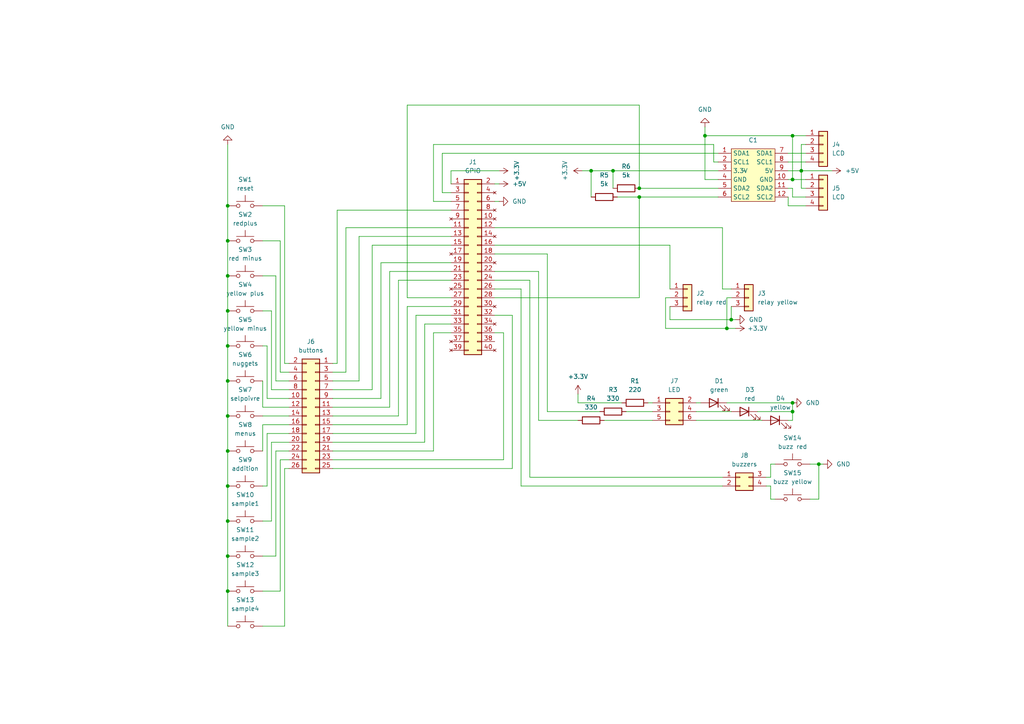
<source format=kicad_sch>
(kicad_sch (version 20230121) (generator eeschema)
  (paper "A4")
  (title_block (title "Burger Quiz") (date "2023-10-13") (rev "2.0"))
  (lib_symbols
    (symbol "Conn_01x04_1" (pin_names (offset 1.016) hide)
      (property "Reference" "J4" (at 2.54 0 0))
      (property "Value" "LCD" (at 2.54 -2.54 0))
      (symbol "Conn_01x04_1_1_1"
        (rectangle (start -1.27 -4.953) (end 0 -5.207) (stroke (width 0.1524)))
        (rectangle (start -1.27 -2.413) (end 0 -2.667) (stroke (width 0.1524)))
        (rectangle (start -1.27 0.127) (end 0 -0.127) (stroke (width 0.1524)))
        (rectangle (start -1.27 2.667) (end 0 2.413) (stroke (width 0.1524)))
        (rectangle (start -1.27 3.81) (end 1.27 -6.35) (stroke (width 0.254)) (fill (type background)))
        (pin power_in line (at -5.08 2.54 0) (length 3.81) (name "GND") (number "1"))
        (pin power_in line (at -5.08 0 0) (length 3.81) (name "VCC") (number "2"))
        (pin passive line (at -5.08 -2.54 0) (length 3.81) (name "SDA") (number "3"))
        (pin passive line (at -5.08 -5.08 0) (length 3.81) (name "SCL") (number "4"))
      )
    )
    (symbol "Connector_Generic:Conn_01x03" (pin_names (offset 1.016) hide)
      (property "Reference" "J" (at 0 5.08 0))
      (property "Value" "Conn_01x03" (at 0 -5.08 0))
      (symbol "Conn_01x03_1_1"
        (rectangle (start -1.27 -2.413) (end 0 -2.667) (stroke (width 0.1524)))
        (rectangle (start -1.27 0.127) (end 0 -0.127) (stroke (width 0.1524)))
        (rectangle (start -1.27 2.667) (end 0 2.413) (stroke (width 0.1524)))
        (rectangle (start -1.27 3.81) (end 1.27 -3.81) (stroke (width 0.254)) (fill (type background)))
        (pin passive line (at -5.08 2.54 0) (length 3.81) (name "Pin_1") (number "1"))
        (pin passive line (at -5.08 0 0) (length 3.81) (name "Pin_2") (number "2"))
        (pin passive line (at -5.08 -2.54 0) (length 3.81) (name "Pin_3") (number "3"))
      )
    )
    (symbol "Connector_Generic:Conn_02x02_Top_Bottom" (pin_names (offset 1.016) hide)
      (property "Reference" "J" (at 1.27 2.54 0))
      (property "Value" "Conn_02x02_Top_Bottom" (at 1.27 -5.08 0))
      (symbol "Conn_02x02_Top_Bottom_1_1"
        (rectangle (start -1.27 -2.413) (end 0 -2.667) (stroke (width 0.1524)))
        (rectangle (start -1.27 0.127) (end 0 -0.127) (stroke (width 0.1524)))
        (rectangle (start -1.27 1.27) (end 3.81 -3.81) (stroke (width 0.254)) (fill (type background)))
        (rectangle (start 3.81 -2.413) (end 2.54 -2.667) (stroke (width 0.1524)))
        (rectangle (start 3.81 0.127) (end 2.54 -0.127) (stroke (width 0.1524)))
        (pin passive line (at -5.08 0 0) (length 3.81) (name "Pin_1") (number "1"))
        (pin passive line (at -5.08 -2.54 0) (length 3.81) (name "Pin_2") (number "2"))
        (pin passive line (at 7.62 0 180) (length 3.81) (name "Pin_3") (number "3"))
        (pin passive line (at 7.62 -2.54 180) (length 3.81) (name "Pin_4") (number "4"))
      )
    )
    (symbol "Connector_Generic:Conn_02x03_Odd_Even" (pin_names (offset 1.016) hide)
      (property "Reference" "J" (at 1.27 5.08 0))
      (property "Value" "Conn_02x03_Odd_Even" (at 1.27 -5.08 0))
      (symbol "Conn_02x03_Odd_Even_1_1"
        (rectangle (start -1.27 -2.413) (end 0 -2.667) (stroke (width 0.1524)))
        (rectangle (start -1.27 0.127) (end 0 -0.127) (stroke (width 0.1524)))
        (rectangle (start -1.27 2.667) (end 0 2.413) (stroke (width 0.1524)))
        (rectangle (start -1.27 3.81) (end 3.81 -3.81) (stroke (width 0.254)) (fill (type background)))
        (rectangle (start 3.81 -2.413) (end 2.54 -2.667) (stroke (width 0.1524)))
        (rectangle (start 3.81 0.127) (end 2.54 -0.127) (stroke (width 0.1524)))
        (rectangle (start 3.81 2.667) (end 2.54 2.413) (stroke (width 0.1524)))
        (pin passive line (at -5.08 2.54 0) (length 3.81) (name "Pin_1") (number "1"))
        (pin passive line (at 7.62 2.54 180) (length 3.81) (name "Pin_2") (number "2"))
        (pin passive line (at -5.08 0 0) (length 3.81) (name "Pin_3") (number "3"))
        (pin passive line (at 7.62 0 180) (length 3.81) (name "Pin_4") (number "4"))
        (pin passive line (at -5.08 -2.54 0) (length 3.81) (name "Pin_5") (number "5"))
        (pin passive line (at 7.62 -2.54 180) (length 3.81) (name "Pin_6") (number "6"))
      )
    )
    (symbol "Connector_Generic:Conn_02x13_Odd_Even" (pin_names (offset 1.016) hide)
      (property "Reference" "J6" (at 1.27 21.59 0))
      (property "Value" "buttons" (at 1.27 19.05 0))
      (symbol "Conn_02x13_Odd_Even_1_1"
        (rectangle (start -1.27 -15.113) (end 0 -15.367) (stroke (width 0.1524)))
        (rectangle (start -1.27 -12.573) (end 0 -12.827) (stroke (width 0.1524)))
        (rectangle (start -1.27 -10.033) (end 0 -10.287) (stroke (width 0.1524)))
        (rectangle (start -1.27 -7.493) (end 0 -7.747) (stroke (width 0.1524)))
        (rectangle (start -1.27 -4.953) (end 0 -5.207) (stroke (width 0.1524)))
        (rectangle (start -1.27 -2.413) (end 0 -2.667) (stroke (width 0.1524)))
        (rectangle (start -1.27 0.127) (end 0 -0.127) (stroke (width 0.1524)))
        (rectangle (start -1.27 2.667) (end 0 2.413) (stroke (width 0.1524)))
        (rectangle (start -1.27 5.207) (end 0 4.953) (stroke (width 0.1524)))
        (rectangle (start -1.27 7.747) (end 0 7.493) (stroke (width 0.1524)))
        (rectangle (start -1.27 10.287) (end 0 10.033) (stroke (width 0.1524)))
        (rectangle (start -1.27 12.827) (end 0 12.573) (stroke (width 0.1524)))
        (rectangle (start -1.27 15.367) (end 0 15.113) (stroke (width 0.1524)))
        (rectangle (start -1.27 16.51) (end 3.81 -16.51) (stroke (width 0.254)) (fill (type background)))
        (rectangle (start 3.81 -15.113) (end 2.54 -15.367) (stroke (width 0.1524)))
        (rectangle (start 3.81 -12.573) (end 2.54 -12.827) (stroke (width 0.1524)))
        (rectangle (start 3.81 -10.033) (end 2.54 -10.287) (stroke (width 0.1524)))
        (rectangle (start 3.81 -7.493) (end 2.54 -7.747) (stroke (width 0.1524)))
        (rectangle (start 3.81 -4.953) (end 2.54 -5.207) (stroke (width 0.1524)))
        (rectangle (start 3.81 -2.413) (end 2.54 -2.667) (stroke (width 0.1524)))
        (rectangle (start 3.81 0.127) (end 2.54 -0.127) (stroke (width 0.1524)))
        (rectangle (start 3.81 2.667) (end 2.54 2.413) (stroke (width 0.1524)))
        (rectangle (start 3.81 5.207) (end 2.54 4.953) (stroke (width 0.1524)))
        (rectangle (start 3.81 7.747) (end 2.54 7.493) (stroke (width 0.1524)))
        (rectangle (start 3.81 10.287) (end 2.54 10.033) (stroke (width 0.1524)))
        (rectangle (start 3.81 12.827) (end 2.54 12.573) (stroke (width 0.1524)))
        (rectangle (start 3.81 15.367) (end 2.54 15.113) (stroke (width 0.1524)))
        (pin passive line (at -5.08 15.24 0) (length 3.81) (name "reset") (number "1"))
        (pin passive line (at 7.62 5.08 180) (length 3.81) (name "yellow-") (number "10"))
        (pin passive line (at -5.08 2.54 0) (length 3.81) (name "nuggets") (number "11"))
        (pin passive line (at 7.62 2.54 180) (length 3.81) (name "nuggets") (number "12"))
        (pin passive line (at -5.08 0 0) (length 3.81) (name "selpoivre") (number "13"))
        (pin passive line (at 7.62 0 180) (length 3.81) (name "selpoivre") (number "14"))
        (pin passive line (at -5.08 -2.54 0) (length 3.81) (name "menus") (number "15"))
        (pin passive line (at 7.62 -2.54 180) (length 3.81) (name "menus") (number "16"))
        (pin passive line (at -5.08 -5.08 0) (length 3.81) (name "addition") (number "17"))
        (pin passive line (at 7.62 -5.08 180) (length 3.81) (name "addition") (number "18"))
        (pin passive line (at -5.08 -7.62 0) (length 3.81) (name "sample1") (number "19"))
        (pin passive line (at 7.62 15.24 180) (length 3.81) (name "reset") (number "2"))
        (pin passive line (at 7.62 -7.62 180) (length 3.81) (name "sample1") (number "20"))
        (pin passive line (at -5.08 -10.16 0) (length 3.81) (name "sample2") (number "21"))
        (pin passive line (at 7.62 -10.16 180) (length 3.81) (name "sample2") (number "22"))
        (pin passive line (at -5.08 -12.7 0) (length 3.81) (name "sample3") (number "23"))
        (pin passive line (at 7.62 -12.7 180) (length 3.81) (name "sample3") (number "24"))
        (pin passive line (at -5.08 -15.24 0) (length 3.81) (name "sample4") (number "25"))
        (pin passive line (at 7.62 -15.24 180) (length 3.81) (name "sample4") (number "26"))
        (pin passive line (at -5.08 12.7 0) (length 3.81) (name "red+") (number "3"))
        (pin passive line (at 7.62 12.7 180) (length 3.81) (name "red+") (number "4"))
        (pin passive line (at -5.08 10.16 0) (length 3.81) (name "red-") (number "5"))
        (pin passive line (at 7.62 10.16 180) (length 3.81) (name "red-") (number "6"))
        (pin passive line (at -5.08 7.62 0) (length 3.81) (name "yellow+") (number "7"))
        (pin passive line (at 7.62 7.62 180) (length 3.81) (name "yellow+") (number "8"))
        (pin passive line (at -5.08 5.08 0) (length 3.81) (name "yellow-") (number "9"))
      )
    )
    (symbol "Connector_Generic:Conn_02x20_Odd_Even" (pin_names (offset 1.016) hide)
      (property "Reference" "J1" (at 0 29.21 0))
      (property "Value" "GPIO" (at 0 26.67 0))
      (symbol "Conn_02x20_Odd_Even_1_1"
        (rectangle (start -2.54 -25.273) (end -1.27 -25.527) (stroke (width 0.1524)))
        (rectangle (start -2.54 -22.733) (end -1.27 -22.987) (stroke (width 0.1524)))
        (rectangle (start -2.54 -20.193) (end -1.27 -20.447) (stroke (width 0.1524)))
        (rectangle (start -2.54 -17.653) (end -1.27 -17.907) (stroke (width 0.1524)))
        (rectangle (start -2.54 -15.113) (end -1.27 -15.367) (stroke (width 0.1524)))
        (rectangle (start -2.54 -12.573) (end -1.27 -12.827) (stroke (width 0.1524)))
        (rectangle (start -2.54 -10.033) (end -1.27 -10.287) (stroke (width 0.1524)))
        (rectangle (start -2.54 -7.493) (end -1.27 -7.747) (stroke (width 0.1524)))
        (rectangle (start -2.54 -4.953) (end -1.27 -5.207) (stroke (width 0.1524)))
        (rectangle (start -2.54 -2.413) (end -1.27 -2.667) (stroke (width 0.1524)))
        (rectangle (start -2.54 0.127) (end -1.27 -0.127) (stroke (width 0.1524)))
        (rectangle (start -2.54 2.667) (end -1.27 2.413) (stroke (width 0.1524)))
        (rectangle (start -2.54 5.207) (end -1.27 4.953) (stroke (width 0.1524)))
        (rectangle (start -2.54 7.747) (end -1.27 7.493) (stroke (width 0.1524)))
        (rectangle (start -2.54 10.287) (end -1.27 10.033) (stroke (width 0.1524)))
        (rectangle (start -2.54 12.827) (end -1.27 12.573) (stroke (width 0.1524)))
        (rectangle (start -2.54 15.367) (end -1.27 15.113) (stroke (width 0.1524)))
        (rectangle (start -2.54 17.907) (end -1.27 17.653) (stroke (width 0.1524)))
        (rectangle (start -2.54 20.447) (end -1.27 20.193) (stroke (width 0.1524)))
        (rectangle (start -2.54 22.987) (end -1.27 22.733) (stroke (width 0.1524)))
        (rectangle (start -2.54 24.13) (end 2.54 -26.67) (stroke (width 0.254)) (fill (type background)))
        (rectangle (start 2.54 -25.273) (end 1.27 -25.527) (stroke (width 0.1524)))
        (rectangle (start 2.54 -22.733) (end 1.27 -22.987) (stroke (width 0.1524)))
        (rectangle (start 2.54 -20.193) (end 1.27 -20.447) (stroke (width 0.1524)))
        (rectangle (start 2.54 -17.653) (end 1.27 -17.907) (stroke (width 0.1524)))
        (rectangle (start 2.54 -15.113) (end 1.27 -15.367) (stroke (width 0.1524)))
        (rectangle (start 2.54 -12.573) (end 1.27 -12.827) (stroke (width 0.1524)))
        (rectangle (start 2.54 -10.033) (end 1.27 -10.287) (stroke (width 0.1524)))
        (rectangle (start 2.54 -7.493) (end 1.27 -7.747) (stroke (width 0.1524)))
        (rectangle (start 2.54 -4.953) (end 1.27 -5.207) (stroke (width 0.1524)))
        (rectangle (start 2.54 -2.413) (end 1.27 -2.667) (stroke (width 0.1524)))
        (rectangle (start 2.54 0.127) (end 1.27 -0.127) (stroke (width 0.1524)))
        (rectangle (start 2.54 2.667) (end 1.27 2.413) (stroke (width 0.1524)))
        (rectangle (start 2.54 5.207) (end 1.27 4.953) (stroke (width 0.1524)))
        (rectangle (start 2.54 7.747) (end 1.27 7.493) (stroke (width 0.1524)))
        (rectangle (start 2.54 10.287) (end 1.27 10.033) (stroke (width 0.1524)))
        (rectangle (start 2.54 12.827) (end 1.27 12.573) (stroke (width 0.1524)))
        (rectangle (start 2.54 15.367) (end 1.27 15.113) (stroke (width 0.1524)))
        (rectangle (start 2.54 17.907) (end 1.27 17.653) (stroke (width 0.1524)))
        (rectangle (start 2.54 20.447) (end 1.27 20.193) (stroke (width 0.1524)))
        (rectangle (start 2.54 22.987) (end 1.27 22.733) (stroke (width 0.1524)))
        (pin power_in line (at -6.35 22.86 0) (length 3.81) (name "3v3") (number "1"))
        (pin no_connect line (at 6.35 12.7 180) (length 3.81) (name "RXD1") (number "10"))
        (pin passive line (at -6.35 10.16 0) (length 3.81) (name "wpi0") (number "11"))
        (pin passive line (at 6.35 10.16 180) (length 3.81) (name "wpi1") (number "12"))
        (pin passive line (at -6.35 7.62 0) (length 3.81) (name "wpi2") (number "13"))
        (pin no_connect line (at 6.35 7.62 180) (length 3.81) (name "GND") (number "14"))
        (pin passive line (at -6.35 5.08 0) (length 3.81) (name "wpi3") (number "15"))
        (pin passive line (at 6.35 5.08 180) (length 3.81) (name "wpi4") (number "16"))
        (pin no_connect line (at -6.35 2.54 0) (length 3.81) (name "3v3") (number "17"))
        (pin passive line (at 6.35 2.54 180) (length 3.81) (name "wpi5") (number "18"))
        (pin passive line (at -6.35 0 0) (length 3.81) (name "wpi12") (number "19"))
        (pin power_in line (at 6.35 22.86 180) (length 3.81) (name "5v0") (number "2"))
        (pin no_connect line (at 6.35 0 180) (length 3.81) (name "GND") (number "20"))
        (pin passive line (at -6.35 -2.54 0) (length 3.81) (name "wpi13") (number "21"))
        (pin passive line (at 6.35 -2.54 180) (length 3.81) (name "wpi6") (number "22"))
        (pin passive line (at -6.35 -5.08 0) (length 3.81) (name "wip14") (number "23"))
        (pin passive line (at 6.35 -5.08 180) (length 3.81) (name "wpi10") (number "24"))
        (pin no_connect line (at -6.35 -7.62 0) (length 3.81) (name "GND") (number "25"))
        (pin passive line (at 6.35 -7.62 180) (length 3.81) (name "wpi11") (number "26"))
        (pin passive line (at -6.35 -10.16 0) (length 3.81) (name "SDA2") (number "27"))
        (pin passive line (at 6.35 -10.16 180) (length 3.81) (name "SCL2") (number "28"))
        (pin passive line (at -6.35 -12.7 0) (length 3.81) (name "wip21") (number "29"))
        (pin passive line (at -6.35 20.32 0) (length 3.81) (name "SDA1") (number "3"))
        (pin no_connect line (at 6.35 -12.7 180) (length 3.81) (name "GND") (number "30"))
        (pin passive line (at -6.35 -15.24 0) (length 3.81) (name "wip22") (number "31"))
        (pin passive line (at 6.35 -15.24 180) (length 3.81) (name "wpi26") (number "32"))
        (pin passive line (at -6.35 -17.78 0) (length 3.81) (name "wip23") (number "33"))
        (pin no_connect line (at 6.35 -17.78 180) (length 3.81) (name "GND") (number "34"))
        (pin passive line (at -6.35 -20.32 0) (length 3.81) (name "wip24") (number "35"))
        (pin passive line (at 6.35 -20.32 180) (length 3.81) (name "wpi27") (number "36"))
        (pin no_connect line (at -6.35 -22.86 0) (length 3.81) (name "AIN1") (number "37"))
        (pin power_out line (at 6.35 -22.86 180) (length 3.81) (name "1.8V") (number "38"))
        (pin no_connect line (at -6.35 -25.4 0) (length 3.81) (name "GND") (number "39"))
        (pin no_connect line (at 6.35 20.32 180) (length 3.81) (name "5v0") (number "4"))
        (pin no_connect line (at 6.35 -25.4 180) (length 3.81) (name "AIN0") (number "40"))
        (pin passive line (at -6.35 17.78 0) (length 3.81) (name "SCL1") (number "5"))
        (pin power_in line (at 6.35 17.78 180) (length 3.81) (name "GND") (number "6"))
        (pin passive line (at -6.35 15.24 0) (length 3.81) (name "wpi7") (number "7"))
        (pin no_connect line (at 6.35 15.24 180) (length 3.81) (name "TXD1") (number "8"))
        (pin no_connect line (at -6.35 12.7 0) (length 3.81) (name "GND") (number "9"))
      )
    )
    (symbol "Device:LED" (pin_numbers hide) (pin_names (offset 1.016) hide)
      (property "Reference" "D" (at 0 2.54 0))
      (property "Value" "LED" (at 0 -2.54 0))
      (symbol "LED_0_1"
        (polyline (pts (xy -1.27 -1.27) (xy -1.27 1.27)) (stroke (width 0.254)))
        (polyline (pts (xy -1.27 0) (xy 1.27 0)))
        (polyline (pts (xy 1.27 -1.27) (xy 1.27 1.27) (xy -1.27 0) (xy 1.27 -1.27)) (stroke (width 0.254)))
        (polyline (pts (xy -3.048 -0.762) (xy -4.572 -2.286) (xy -3.81 -2.286) (xy -4.572 -2.286) (xy -4.572 -1.524)))
        (polyline (pts (xy -1.778 -0.762) (xy -3.302 -2.286) (xy -2.54 -2.286) (xy -3.302 -2.286) (xy -3.302 -1.524)))
      )
      (symbol "LED_1_1"
        (pin passive line (at -3.81 0 0) (length 2.54) (name "K") (number "1"))
        (pin passive line (at 3.81 0 180) (length 2.54) (name "A") (number "2"))
      )
    )
    (symbol "Device:R" (pin_numbers hide) (pin_names (offset 0))
      (property "Reference" "R" (at 2.032 0 90))
      (property "Value" "R" (at 0 0 90))
      (symbol "R_0_1"
        (rectangle (start -1.016 -2.54) (end 1.016 2.54) (stroke (width 0.254)))
      )
      (symbol "R_1_1"
        (pin passive line (at 0 3.81 270) (length 1.27) (name "~") (number "1"))
        (pin passive line (at 0 -3.81 90) (length 1.27) (name "~") (number "2"))
      )
    )
    (symbol "Switch:SW_Push" (pin_numbers hide) (pin_names (offset 1.016) hide)
      (property "Reference" "SW" (at 1.27 2.54 0))
      (property "Value" "SW_Push" (at 0 -1.524 0))
      (symbol "SW_Push_0_1"
        (circle (center -2.032 0) (radius 0.508))
        (polyline (pts (xy 0 1.27) (xy 0 3.048)))
        (polyline (pts (xy 2.54 1.27) (xy -2.54 1.27)))
        (circle (center 2.032 0) (radius 0.508))
        (pin passive line (at -5.08 0 0) (length 2.54) (name "1") (number "1"))
        (pin passive line (at 5.08 0 180) (length 2.54) (name "2") (number "2"))
      )
    )
    (symbol "perso:Converter_3.3v_5v_i2c"
      (property "Reference" "C" (at 0 0 0))
      (symbol "Converter_3.3v_5v_i2c_1_1"
        (rectangle (start -6.35 7.62) (end 6.35 -7.62) (fill (type background)))
        (pin bidirectional line (at -10.16 6.35 0) (length 3.81) (name "SDA1") (number "1"))
        (pin power_in line (at 10.16 -1.27 180) (length 3.81) (name "GND") (number "10"))
        (pin bidirectional line (at 10.16 -3.81 180) (length 3.81) (name "SDA2") (number "11"))
        (pin bidirectional line (at 10.16 -6.35 180) (length 3.81) (name "SCL2") (number "12"))
        (pin bidirectional line (at -10.16 3.81 0) (length 3.81) (name "SCL1") (number "2"))
        (pin power_in line (at -10.16 1.27 0) (length 3.81) (name "3.3V") (number "3"))
        (pin power_in line (at -10.16 -1.27 0) (length 3.81) (name "GND") (number "4"))
        (pin bidirectional line (at -10.16 -3.81 0) (length 3.81) (name "SDA2") (number "5"))
        (pin bidirectional line (at -10.16 -6.35 0) (length 3.81) (name "SCL2") (number "6"))
        (pin bidirectional line (at 10.16 6.35 180) (length 3.81) (name "SDA1") (number "7"))
        (pin bidirectional line (at 10.16 3.81 180) (length 3.81) (name "SCL1") (number "8"))
        (pin power_in line (at 10.16 1.27 180) (length 3.81) (name "5V") (number "9"))
      )
    )
    (symbol "power:+3.3V" (power) (pin_names (offset 0))
      (property "Value" "+3.3V" (at 0 3.556 0))
      (symbol "+3.3V_0_1"
        (polyline (pts (xy -0.762 1.27) (xy 0 2.54)))
        (polyline (pts (xy 0 0) (xy 0 2.54)))
        (polyline (pts (xy 0 2.54) (xy 0.762 1.27)))
      )
      (symbol "+3.3V_1_1"
        (pin power_in line (at 0 0 90) (length 0) hide (name "+3.3V") (number "1"))
      )
    )
    (symbol "power:+5V" (power) (pin_names (offset 0))
      (property "Value" "+5V" (at 0 3.556 0))
      (symbol "+5V_0_1"
        (polyline (pts (xy -0.762 1.27) (xy 0 2.54)))
        (polyline (pts (xy 0 0) (xy 0 2.54)))
        (polyline (pts (xy 0 2.54) (xy 0.762 1.27)))
      )
      (symbol "+5V_1_1"
        (pin power_in line (at 0 0 90) (length 0) hide (name "+5V") (number "1"))
      )
    )
    (symbol "power:GND" (power) (pin_names (offset 0))
      (property "Value" "GND" (at 0 -3.81 0))
      (symbol "GND_0_1"
        (polyline (pts (xy 0 0) (xy 0 -1.27) (xy 1.27 -1.27) (xy 0 -2.54) (xy -1.27 -1.27) (xy 0 -1.27)))
      )
      (symbol "GND_1_1"
        (pin power_in line (at 0 0 270) (length 0) hide (name "GND") (number "1"))
      )
    )
  )
  (junction (at 66.04 120.65))
  (junction (at 66.04 59.69))
  (junction (at 171.45 49.53))
  (junction (at 66.04 171.45))
  (junction (at 66.04 151.13))
  (junction (at 66.04 161.29))
  (junction (at 66.04 100.33))
  (junction (at 66.04 80.01))
  (junction (at 66.04 130.81))
  (junction (at 185.42 57.15))
  (junction (at 66.04 69.85))
  (junction (at 237.49 134.62))
  (junction (at 229.87 116.84))
  (junction (at 66.04 110.49))
  (junction (at 229.87 52.07))
  (junction (at 66.04 140.97))
  (junction (at 204.47 39.37))
  (junction (at 229.87 39.37))
  (junction (at 185.42 54.61))
  (junction (at 177.8 49.53))
  (junction (at 229.87 119.38))
  (junction (at 232.41 49.53))
  (junction (at 212.09 92.71))
  (junction (at 66.04 90.17))
  (junction (at 210.82 95.25))
  (wire (pts (xy 66.04 171.45) (xy 66.04 181.61)))
  (wire (pts (xy 194.31 88.9) (xy 194.31 92.71)))
  (wire (pts (xy 232.41 41.91) (xy 233.68 41.91)))
  (wire (pts (xy 82.55 105.41) (xy 83.82 105.41)))
  (wire (pts (xy 83.82 113.03) (xy 78.74 113.03)))
  (wire (pts (xy 229.87 116.84) (xy 229.87 119.38)))
  (wire (pts (xy 212.09 83.82) (xy 209.55 83.82)))
  (wire (pts (xy 156.21 78.74) (xy 156.21 121.92)))
  (wire (pts (xy 78.74 128.27) (xy 78.74 151.13)))
  (wire (pts (xy 82.55 59.69) (xy 76.2 59.69)))
  (wire (pts (xy 82.55 135.89) (xy 82.55 181.61)))
  (wire (pts (xy 223.52 144.78) (xy 224.79 144.78)))
  (wire (pts (xy 115.57 120.65) (xy 96.52 120.65)))
  (wire (pts (xy 210.82 95.25) (xy 213.36 95.25)))
  (wire (pts (xy 83.82 123.19) (xy 76.2 123.19)))
  (wire (pts (xy 123.19 93.98) (xy 130.81 93.98)))
  (wire (pts (xy 66.04 59.69) (xy 66.04 69.85)))
  (wire (pts (xy 83.82 115.57) (xy 77.47 115.57)))
  (wire (pts (xy 171.45 49.53) (xy 177.8 49.53)))
  (wire (pts (xy 228.6 49.53) (xy 232.41 49.53)))
  (wire (pts (xy 77.47 125.73) (xy 77.47 140.97)))
  (wire (pts (xy 78.74 151.13) (xy 76.2 151.13)))
  (wire (pts (xy 83.82 125.73) (xy 77.47 125.73)))
  (wire (pts (xy 168.91 49.53) (xy 171.45 49.53)))
  (wire (pts (xy 185.42 57.15) (xy 185.42 86.36)))
  (wire (pts (xy 229.87 39.37) (xy 229.87 52.07)))
  (wire (pts (xy 76.2 123.19) (xy 76.2 130.81)))
  (wire (pts (xy 181.61 119.38) (xy 189.23 119.38)))
  (wire (pts (xy 107.95 113.03) (xy 96.52 113.03)))
  (wire (pts (xy 66.04 90.17) (xy 66.04 100.33)))
  (wire (pts (xy 128.27 44.45) (xy 128.27 55.88)))
  (wire (pts (xy 96.52 118.11) (xy 113.03 118.11)))
  (wire (pts (xy 229.87 57.15) (xy 233.68 57.15)))
  (wire (pts (xy 146.05 133.35) (xy 146.05 96.52)))
  (wire (pts (xy 125.73 96.52) (xy 130.81 96.52)))
  (wire (pts (xy 193.04 95.25) (xy 210.82 95.25)))
  (wire (pts (xy 97.79 105.41) (xy 96.52 105.41)))
  (wire (pts (xy 228.6 44.45) (xy 233.68 44.45)))
  (wire (pts (xy 228.6 52.07) (xy 229.87 52.07)))
  (wire (pts (xy 194.31 71.12) (xy 194.31 83.82)))
  (wire (pts (xy 125.73 130.81) (xy 125.73 96.52)))
  (wire (pts (xy 100.33 66.04) (xy 100.33 107.95)))
  (wire (pts (xy 201.93 119.38) (xy 212.09 119.38)))
  (wire (pts (xy 66.04 110.49) (xy 66.04 120.65)))
  (wire (pts (xy 110.49 115.57) (xy 96.52 115.57)))
  (wire (pts (xy 204.47 52.07) (xy 208.28 52.07)))
  (wire (pts (xy 207.01 41.91) (xy 207.01 46.99)))
  (wire (pts (xy 113.03 78.74) (xy 130.81 78.74)))
  (wire (pts (xy 158.75 73.66) (xy 158.75 119.38)))
  (wire (pts (xy 223.52 138.43) (xy 223.52 134.62)))
  (wire (pts (xy 187.96 116.84) (xy 189.23 116.84)))
  (wire (pts (xy 207.01 46.99) (xy 208.28 46.99)))
  (wire (pts (xy 130.81 71.12) (xy 107.95 71.12)))
  (wire (pts (xy 80.01 161.29) (xy 76.2 161.29)))
  (wire (pts (xy 143.51 81.28) (xy 153.67 81.28)))
  (wire (pts (xy 222.25 140.97) (xy 223.52 140.97)))
  (wire (pts (xy 228.6 54.61) (xy 229.87 54.61)))
  (wire (pts (xy 125.73 41.91) (xy 125.73 58.42)))
  (wire (pts (xy 97.79 60.96) (xy 97.79 105.41)))
  (wire (pts (xy 96.52 110.49) (xy 104.14 110.49)))
  (wire (pts (xy 66.04 80.01) (xy 66.04 90.17)))
  (wire (pts (xy 120.65 91.44) (xy 120.65 125.73)))
  (wire (pts (xy 66.04 161.29) (xy 66.04 171.45)))
  (wire (pts (xy 83.82 118.11) (xy 76.2 118.11)))
  (wire (pts (xy 151.13 83.82) (xy 151.13 140.97)))
  (wire (pts (xy 66.04 120.65) (xy 66.04 130.81)))
  (wire (pts (xy 81.28 133.35) (xy 81.28 171.45)))
  (wire (pts (xy 130.81 60.96) (xy 97.79 60.96)))
  (wire (pts (xy 143.51 91.44) (xy 148.59 91.44)))
  (wire (pts (xy 167.64 116.84) (xy 167.64 114.3)))
  (wire (pts (xy 228.6 121.92) (xy 229.87 121.92)))
  (wire (pts (xy 148.59 91.44) (xy 148.59 135.89)))
  (wire (pts (xy 153.67 81.28) (xy 153.67 138.43)))
  (wire (pts (xy 125.73 41.91) (xy 207.01 41.91)))
  (wire (pts (xy 66.04 140.97) (xy 66.04 151.13)))
  (wire (pts (xy 113.03 78.74) (xy 113.03 118.11)))
  (wire (pts (xy 128.27 44.45) (xy 208.28 44.45)))
  (wire (pts (xy 82.55 181.61) (xy 76.2 181.61)))
  (wire (pts (xy 143.51 78.74) (xy 156.21 78.74)))
  (wire (pts (xy 219.71 119.38) (xy 229.87 119.38)))
  (wire (pts (xy 175.26 121.92) (xy 189.23 121.92)))
  (wire (pts (xy 143.51 73.66) (xy 158.75 73.66)))
  (wire (pts (xy 143.51 66.04) (xy 209.55 66.04)))
  (wire (pts (xy 228.6 46.99) (xy 233.68 46.99)))
  (wire (pts (xy 223.52 134.62) (xy 224.79 134.62)))
  (wire (pts (xy 123.19 128.27) (xy 123.19 93.98)))
  (wire (pts (xy 234.95 134.62) (xy 237.49 134.62)))
  (wire (pts (xy 110.49 76.2) (xy 110.49 115.57)))
  (wire (pts (xy 96.52 130.81) (xy 125.73 130.81)))
  (wire (pts (xy 237.49 144.78) (xy 237.49 134.62)))
  (wire (pts (xy 80.01 110.49) (xy 80.01 80.01)))
  (wire (pts (xy 167.64 116.84) (xy 180.34 116.84)))
  (wire (pts (xy 107.95 71.12) (xy 107.95 113.03)))
  (wire (pts (xy 77.47 115.57) (xy 77.47 100.33)))
  (wire (pts (xy 144.78 53.34) (xy 143.51 53.34)))
  (wire (pts (xy 120.65 125.73) (xy 96.52 125.73)))
  (wire (pts (xy 171.45 49.53) (xy 171.45 57.15)))
  (wire (pts (xy 148.59 135.89) (xy 96.52 135.89)))
  (wire (pts (xy 201.93 121.92) (xy 220.98 121.92)))
  (wire (pts (xy 82.55 105.41) (xy 82.55 59.69)))
  (wire (pts (xy 144.78 49.53) (xy 130.81 49.53)))
  (wire (pts (xy 143.51 86.36) (xy 185.42 86.36)))
  (wire (pts (xy 80.01 80.01) (xy 76.2 80.01)))
  (wire (pts (xy 118.11 88.9) (xy 118.11 123.19)))
  (wire (pts (xy 83.82 110.49) (xy 80.01 110.49)))
  (wire (pts (xy 83.82 128.27) (xy 78.74 128.27)))
  (wire (pts (xy 83.82 130.81) (xy 80.01 130.81)))
  (wire (pts (xy 193.04 86.36) (xy 194.31 86.36)))
  (wire (pts (xy 76.2 118.11) (xy 76.2 110.49)))
  (wire (pts (xy 78.74 90.17) (xy 76.2 90.17)))
  (wire (pts (xy 223.52 140.97) (xy 223.52 144.78)))
  (wire (pts (xy 118.11 123.19) (xy 96.52 123.19)))
  (wire (pts (xy 83.82 133.35) (xy 81.28 133.35)))
  (wire (pts (xy 144.78 58.42) (xy 143.51 58.42)))
  (wire (pts (xy 96.52 128.27) (xy 123.19 128.27)))
  (wire (pts (xy 83.82 107.95) (xy 81.28 107.95)))
  (wire (pts (xy 210.82 116.84) (xy 229.87 116.84)))
  (wire (pts (xy 130.81 58.42) (xy 125.73 58.42)))
  (wire (pts (xy 158.75 119.38) (xy 173.99 119.38)))
  (wire (pts (xy 177.8 54.61) (xy 177.8 49.53)))
  (wire (pts (xy 156.21 121.92) (xy 167.64 121.92)))
  (wire (pts (xy 143.51 71.12) (xy 194.31 71.12)))
  (wire (pts (xy 204.47 39.37) (xy 204.47 52.07)))
  (wire (pts (xy 210.82 86.36) (xy 210.82 95.25)))
  (wire (pts (xy 177.8 49.53) (xy 208.28 49.53)))
  (wire (pts (xy 204.47 36.83) (xy 204.47 39.37)))
  (wire (pts (xy 229.87 52.07) (xy 233.68 52.07)))
  (wire (pts (xy 212.09 92.71) (xy 213.36 92.71)))
  (wire (pts (xy 77.47 100.33) (xy 76.2 100.33)))
  (wire (pts (xy 128.27 55.88) (xy 130.81 55.88)))
  (wire (pts (xy 232.41 49.53) (xy 232.41 41.91)))
  (wire (pts (xy 229.87 54.61) (xy 229.87 57.15)))
  (wire (pts (xy 185.42 54.61) (xy 185.42 30.48)))
  (wire (pts (xy 232.41 54.61) (xy 233.68 54.61)))
  (wire (pts (xy 77.47 140.97) (xy 76.2 140.97)))
  (wire (pts (xy 120.65 91.44) (xy 130.81 91.44)))
  (wire (pts (xy 222.25 138.43) (xy 223.52 138.43)))
  (wire (pts (xy 179.07 57.15) (xy 185.42 57.15)))
  (wire (pts (xy 130.81 66.04) (xy 100.33 66.04)))
  (wire (pts (xy 229.87 119.38) (xy 229.87 121.92)))
  (wire (pts (xy 204.47 39.37) (xy 229.87 39.37)))
  (wire (pts (xy 118.11 86.36) (xy 130.81 86.36)))
  (wire (pts (xy 115.57 81.28) (xy 115.57 120.65)))
  (wire (pts (xy 185.42 57.15) (xy 208.28 57.15)))
  (wire (pts (xy 66.04 130.81) (xy 66.04 140.97)))
  (wire (pts (xy 151.13 140.97) (xy 209.55 140.97)))
  (wire (pts (xy 209.55 66.04) (xy 209.55 83.82)))
  (wire (pts (xy 143.51 83.82) (xy 151.13 83.82)))
  (wire (pts (xy 118.11 88.9) (xy 130.81 88.9)))
  (wire (pts (xy 104.14 68.58) (xy 104.14 110.49)))
  (wire (pts (xy 232.41 49.53) (xy 241.3 49.53)))
  (wire (pts (xy 82.55 135.89) (xy 83.82 135.89)))
  (wire (pts (xy 153.67 138.43) (xy 209.55 138.43)))
  (wire (pts (xy 130.81 49.53) (xy 130.81 53.34)))
  (wire (pts (xy 237.49 134.62) (xy 238.76 134.62)))
  (wire (pts (xy 83.82 120.65) (xy 76.2 120.65)))
  (wire (pts (xy 115.57 81.28) (xy 130.81 81.28)))
  (wire (pts (xy 203.2 116.84) (xy 201.93 116.84)))
  (wire (pts (xy 193.04 95.25) (xy 193.04 86.36)))
  (wire (pts (xy 229.87 39.37) (xy 233.68 39.37)))
  (wire (pts (xy 130.81 76.2) (xy 110.49 76.2)))
  (wire (pts (xy 228.6 59.69) (xy 233.68 59.69)))
  (wire (pts (xy 66.04 100.33) (xy 66.04 110.49)))
  (wire (pts (xy 194.31 92.71) (xy 212.09 92.71)))
  (wire (pts (xy 66.04 41.91) (xy 66.04 59.69)))
  (wire (pts (xy 66.04 151.13) (xy 66.04 161.29)))
  (wire (pts (xy 66.04 69.85) (xy 66.04 80.01)))
  (wire (pts (xy 130.81 68.58) (xy 104.14 68.58)))
  (wire (pts (xy 81.28 107.95) (xy 81.28 69.85)))
  (wire (pts (xy 234.95 144.78) (xy 237.49 144.78)))
  (wire (pts (xy 232.41 49.53) (xy 232.41 54.61)))
  (wire (pts (xy 80.01 130.81) (xy 80.01 161.29)))
  (wire (pts (xy 100.33 107.95) (xy 96.52 107.95)))
  (wire (pts (xy 78.74 113.03) (xy 78.74 90.17)))
  (wire (pts (xy 81.28 69.85) (xy 76.2 69.85)))
  (wire (pts (xy 210.82 86.36) (xy 212.09 86.36)))
  (wire (pts (xy 146.05 96.52) (xy 143.51 96.52)))
  (wire (pts (xy 118.11 30.48) (xy 118.11 86.36)))
  (wire (pts (xy 212.09 88.9) (xy 212.09 92.71)))
  (wire (pts (xy 81.28 171.45) (xy 76.2 171.45)))
  (wire (pts (xy 96.52 133.35) (xy 146.05 133.35)))
  (wire (pts (xy 185.42 54.61) (xy 208.28 54.61)))
  (wire (pts (xy 228.6 57.15) (xy 228.6 59.69)))
  (wire (pts (xy 118.11 30.48) (xy 185.42 30.48)))
  (symbol (lib_id "Device:LED") (at 207.01 116.84 0) (mirror y) (unit 1)
    (property "Reference" "D1" (at 208.5975 110.49 0))
    (property "Value" "green" (at 208.5975 113.03 0))
    (property "Footprint" "LED_THT:LED_D3.0mm_Horizontal_O6.35mm_Z10.0mm" (effects hide))
  )
  (symbol (lib_name "Conn_01x04_1") (lib_id "Connector_Generic:Conn_01x04") (at 238.76 41.91 0) (unit 1)
    (property "Reference" "J4" (at 241.3 41.91 0) (effects (justify left)))
    (property "Value" "LCD" (at 241.3 44.45 0) (effects (justify left)))
    (property "Footprint" "Connector_PinHeader_2.54mm:PinHeader_1x04_P2.54mm_Vertical" (effects hide))
  )
  (symbol (lib_id "Switch:SW_Push") (at 71.12 181.61 0) (mirror y) (unit 1)
    (property "Reference" "SW13" (at 71.12 173.99 0))
    (property "Value" "sample4" (at 71.12 176.53 0))
    (property "Footprint" "Connector_PinHeader_2.54mm:PinHeader_1x04_P2.54mm_Vertical" (effects hide))
  )
  (symbol (lib_id "Switch:SW_Push") (at 71.12 100.33 0) (mirror y) (unit 1)
    (property "Reference" "SW5" (at 71.12 92.71 0))
    (property "Value" "yellow minus" (at 71.12 95.25 0))
    (property "Footprint" "Connector_PinHeader_2.54mm:PinHeader_1x04_P2.54mm_Vertical" (effects hide))
  )
  (symbol (lib_id "power:+3.3V") (at 213.36 95.25 270) (unit 1)
    (property "Reference" "#PWR06" (effects hide))
    (property "Value" "+3.3V" (at 219.71 95.25 90))
  )
  (symbol (lib_id "power:GND") (at 204.47 36.83 180) (unit 1)
    (property "Reference" "#PWR08" (effects hide))
    (property "Value" "GND" (at 204.47 31.75 0))
  )
  (symbol (lib_id "Device:R") (at 177.8 119.38 270) (unit 1)
    (property "Reference" "R3" (at 177.8 113.03 90))
    (property "Value" "330" (at 177.8 115.57 90))
    (property "Footprint" "Resistor_THT:R_Axial_DIN0204_L3.6mm_D1.6mm_P2.54mm_Vertical" (effects hide))
  )
  (symbol (lib_id "Switch:SW_Push") (at 71.12 110.49 0) (mirror y) (unit 1)
    (property "Reference" "SW6" (at 71.12 102.87 0))
    (property "Value" "nuggets" (at 71.12 105.41 0))
    (property "Footprint" "Connector_PinHeader_2.54mm:PinHeader_1x04_P2.54mm_Vertical" (effects hide))
  )
  (symbol (lib_id "Switch:SW_Push") (at 71.12 69.85 0) (mirror y) (unit 1)
    (property "Reference" "SW2" (at 71.12 62.23 0))
    (property "Value" "redplus" (at 71.12 64.77 0))
    (property "Footprint" "Connector_PinHeader_2.54mm:PinHeader_1x04_P2.54mm_Vertical" (effects hide))
  )
  (symbol (lib_id "power:GND") (at 213.36 92.71 90) (unit 1)
    (property "Reference" "#PWR05" (effects hide))
    (property "Value" "GND" (at 217.17 92.71 90) (effects (justify right)))
  )
  (symbol (lib_id "Switch:SW_Push") (at 71.12 120.65 0) (mirror y) (unit 1)
    (property "Reference" "SW7" (at 71.12 113.03 0))
    (property "Value" "selpoivre" (at 71.12 115.57 0))
    (property "Footprint" "Connector_PinHeader_2.54mm:PinHeader_1x04_P2.54mm_Vertical" (effects hide))
  )
  (symbol (lib_id "Switch:SW_Push") (at 71.12 80.01 0) (mirror y) (unit 1)
    (property "Reference" "SW3" (at 71.12 72.39 0))
    (property "Value" "red minus" (at 71.12 74.93 0))
    (property "Footprint" "Connector_PinHeader_2.54mm:PinHeader_1x04_P2.54mm_Vertical" (effects hide))
  )
  (symbol (lib_id "power:+5V") (at 241.3 49.53 270) (unit 1)
    (property "Reference" "#PWR09" (effects hide))
    (property "Value" "+5V" (at 245.11 49.53 90) (effects (justify left)))
  )
  (symbol (lib_id "Switch:SW_Push") (at 71.12 130.81 0) (mirror y) (unit 1)
    (property "Reference" "SW8" (at 71.12 123.19 0))
    (property "Value" "menus" (at 71.12 125.73 0))
    (property "Footprint" "Connector_PinHeader_2.54mm:PinHeader_1x04_P2.54mm_Vertical" (effects hide))
  )
  (symbol (lib_id "power:GND") (at 144.78 58.42 90) (unit 1)
    (property "Reference" "#PWR02" (effects hide))
    (property "Value" "GND" (at 148.59 58.42 90) (effects (justify right)))
  )
  (symbol (lib_id "perso:Converter_3.3v_5v_i2c") (at 218.44 50.8 0) (unit 1)
    (property "Reference" "C1" (at 218.44 40.64 0))
    (property "Value" "~" (at 215.9 49.53 0))
    (property "Footprint" "perso:Converter_3.3v_5v_i2c" (effects hide))
  )
  (symbol (lib_id "Device:R") (at 184.15 116.84 270) (unit 1)
    (property "Reference" "R1" (at 184.15 110.49 90))
    (property "Value" "220" (at 184.15 113.03 90))
    (property "Footprint" "Resistor_THT:R_Axial_DIN0204_L3.6mm_D1.6mm_P2.54mm_Vertical" (effects hide))
  )
  (symbol (lib_id "Switch:SW_Push") (at 71.12 90.17 0) (mirror y) (unit 1)
    (property "Reference" "SW4" (at 71.12 82.55 0))
    (property "Value" "yellow plus" (at 71.12 85.09 0))
    (property "Footprint" "Connector_PinHeader_2.54mm:PinHeader_1x04_P2.54mm_Vertical" (effects hide))
  )
  (symbol (lib_id "Switch:SW_Push") (at 71.12 59.69 0) (mirror y) (unit 1)
    (property "Reference" "SW1" (at 71.12 52.07 0))
    (property "Value" "reset" (at 71.12 54.61 0))
    (property "Footprint" "Connector_PinHeader_2.54mm:PinHeader_1x04_P2.54mm_Vertical" (effects hide))
  )
  (symbol (lib_id "Device:R") (at 175.26 57.15 270) (unit 1)
    (property "Reference" "R5" (at 175.26 50.8 90))
    (property "Value" "5k" (at 175.26 53.34 90))
    (property "Footprint" "Resistor_THT:R_Axial_DIN0204_L3.6mm_D1.6mm_P2.54mm_Vertical" (effects hide))
  )
  (symbol (lib_id "power:GND") (at 229.87 116.84 90) (unit 1)
    (property "Reference" "#PWR04" (effects hide))
    (property "Value" "GND" (at 233.68 116.84 90) (effects (justify right)))
  )
  (symbol (lib_id "Switch:SW_Push") (at 229.87 144.78 0) (unit 1)
    (property "Reference" "SW15" (at 229.87 137.16 0))
    (property "Value" "buzz yellow" (at 229.87 139.7 0))
    (property "Footprint" "Connector_PinHeader_2.54mm:PinHeader_1x04_P2.54mm_Vertical" (effects hide))
  )
  (symbol (lib_id "Switch:SW_Push") (at 71.12 171.45 0) (mirror y) (unit 1)
    (property "Reference" "SW12" (at 71.12 163.83 0))
    (property "Value" "sample3" (at 71.12 166.37 0))
    (property "Footprint" "Connector_PinHeader_2.54mm:PinHeader_1x04_P2.54mm_Vertical" (effects hide))
  )
  (symbol (lib_id "power:+3.3V") (at 168.91 49.53 90) (unit 1)
    (property "Reference" "#PWR01" (effects hide))
    (property "Value" "+3.3V" (at 163.83 49.53 0))
  )
  (symbol (lib_id "power:+5V") (at 144.78 53.34 270) (unit 1)
    (property "Reference" "#PWR010" (effects hide))
    (property "Value" "+5V" (at 148.59 53.34 90) (effects (justify left)))
  )
  (symbol (lib_id "Connector_Generic:Conn_01x03") (at 199.39 86.36 0) (unit 1)
    (property "Reference" "J2" (at 201.93 85.09 0) (effects (justify left)))
    (property "Value" "relay red" (at 201.93 87.63 0) (effects (justify left)))
    (property "Footprint" "Connector_PinHeader_2.54mm:PinHeader_1x03_P2.54mm_Vertical" (effects hide))
  )
  (symbol (lib_id "Device:LED") (at 224.79 121.92 0) (mirror y) (unit 1)
    (property "Reference" "D4" (at 226.3775 115.57 0))
    (property "Value" "yellow" (at 226.3775 118.11 0))
    (property "Footprint" "LED_THT:LED_D3.0mm_Horizontal_O6.35mm_Z10.0mm" (effects hide))
  )
  (symbol (lib_id "Switch:SW_Push") (at 71.12 140.97 0) (mirror y) (unit 1)
    (property "Reference" "SW9" (at 71.12 133.35 0))
    (property "Value" "addition" (at 71.12 135.89 0))
    (property "Footprint" "Connector_PinHeader_2.54mm:PinHeader_1x04_P2.54mm_Vertical" (effects hide))
  )
  (symbol (lib_id "Connector_Generic:Conn_02x03_Odd_Even") (at 194.31 119.38 0) (unit 1)
    (property "Reference" "J7" (at 195.58 110.49 0))
    (property "Value" "LED" (at 195.58 113.03 0))
    (property "Footprint" "Connector_PinHeader_2.54mm:PinHeader_2x03_P2.54mm_Vertical" (effects hide))
  )
  (symbol (lib_id "power:+3.3V") (at 167.64 114.3 0) (unit 1)
    (property "Reference" "#PWR012" (effects hide))
    (property "Value" "+3.3V" (at 167.64 109.22 0))
  )
  (symbol (lib_id "Switch:SW_Push") (at 229.87 134.62 0) (unit 1)
    (property "Reference" "SW14" (at 229.87 127 0))
    (property "Value" "buzz red" (at 229.87 129.54 0))
    (property "Footprint" "Connector_PinHeader_2.54mm:PinHeader_1x04_P2.54mm_Vertical" (effects hide))
  )
  (symbol (lib_id "power:GND") (at 238.76 134.62 90) (unit 1)
    (property "Reference" "#PWR011" (effects hide))
    (property "Value" "GND" (at 242.57 134.62 90) (effects (justify right)))
  )
  (symbol (lib_id "Device:R") (at 181.61 54.61 270) (unit 1)
    (property "Reference" "R6" (at 181.61 48.26 90))
    (property "Value" "5k" (at 181.61 50.8 90))
    (property "Footprint" "Resistor_THT:R_Axial_DIN0204_L3.6mm_D1.6mm_P2.54mm_Vertical" (effects hide))
  )
  (symbol (lib_id "Connector_Generic:Conn_02x02_Top_Bottom") (at 214.63 138.43 0) (unit 1)
    (property "Reference" "J8" (at 215.9 132.08 0))
    (property "Value" "buzzers" (at 215.9 134.62 0))
    (property "Footprint" "Connector_PinSocket_2.54mm:PinSocket_2x02_P2.54mm_Vertical" (effects hide))
  )
  (symbol (lib_id "Switch:SW_Push") (at 71.12 151.13 0) (mirror y) (unit 1)
    (property "Reference" "SW10" (at 71.12 143.51 0))
    (property "Value" "sample1" (at 71.12 146.05 0))
    (property "Footprint" "Connector_PinHeader_2.54mm:PinHeader_1x04_P2.54mm_Vertical" (effects hide))
  )
  (symbol (lib_id "power:GND") (at 66.04 41.91 0) (mirror x) (unit 1)
    (property "Reference" "#PWR03" (effects hide))
    (property "Value" "GND" (at 66.04 36.83 0))
  )
  (symbol (lib_id "Device:LED") (at 215.9 119.38 0) (mirror y) (unit 1)
    (property "Reference" "D3" (at 217.4875 113.03 0))
    (property "Value" "red" (at 217.4875 115.57 0))
    (property "Footprint" "LED_THT:LED_D3.0mm_Horizontal_O6.35mm_Z10.0mm" (effects hide))
  )
  (symbol (lib_id "power:+3.3V") (at 144.78 49.53 270) (unit 1)
    (property "Reference" "#PWR07" (effects hide))
    (property "Value" "+3.3V" (at 149.86 49.53 0))
  )
  (symbol (lib_id "Switch:SW_Push") (at 71.12 161.29 0) (mirror y) (unit 1)
    (property "Reference" "SW11" (at 71.12 153.67 0))
    (property "Value" "sample2" (at 71.12 156.21 0))
    (property "Footprint" "Connector_PinHeader_2.54mm:PinHeader_1x04_P2.54mm_Vertical" (effects hide))
  )
  (symbol (lib_id "Device:R") (at 171.45 121.92 270) (unit 1)
    (property "Reference" "R4" (at 171.45 115.57 90))
    (property "Value" "330" (at 171.45 118.11 90))
    (property "Footprint" "Resistor_THT:R_Axial_DIN0204_L3.6mm_D1.6mm_P2.54mm_Vertical" (effects hide))
  )
  (symbol (lib_name "Conn_01x04_1") (lib_id "Connector_Generic:Conn_01x04") (at 238.76 54.61 0) (unit 1)
    (property "Reference" "J5" (at 241.3 54.61 0) (effects (justify left)))
    (property "Value" "LCD" (at 241.3 57.15 0) (effects (justify left)))
    (property "Footprint" "Connector_PinHeader_2.54mm:PinHeader_1x04_P2.54mm_Vertical" (effects hide))
  )
  (symbol (lib_id "Connector_Generic:Conn_02x13_Odd_Even") (at 91.44 120.65 0) (mirror y) (unit 1)
    (property "Reference" "J6" (at 90.17 99.06 0))
    (property "Value" "buttons" (at 90.17 101.6 0))
    (property "Footprint" "Connector_PinHeader_2.54mm:PinHeader_2x13_P2.54mm_Vertical" (effects hide))
  )
  (symbol (lib_id "Connector_Generic:Conn_01x03") (at 217.17 86.36 0) (unit 1)
    (property "Reference" "J3" (at 219.71 85.09 0) (effects (justify left)))
    (property "Value" "relay yellow" (at 219.71 87.63 0) (effects (justify left)))
    (property "Footprint" "Connector_PinHeader_2.54mm:PinHeader_1x03_P2.54mm_Vertical" (effects hide))
  )
  (symbol (lib_id "Connector_Generic:Conn_02x20_Odd_Even") (at 137.16 76.2 0) (unit 1)
    (property "Reference" "J1" (at 137.16 46.99 0))
    (property "Value" "GPIO" (at 137.16 49.53 0))
    (property "Footprint" "Connector_PinHeader_2.54mm:PinHeader_2x20_P2.54mm_Vertical" (effects hide))
  )
)
</source>
